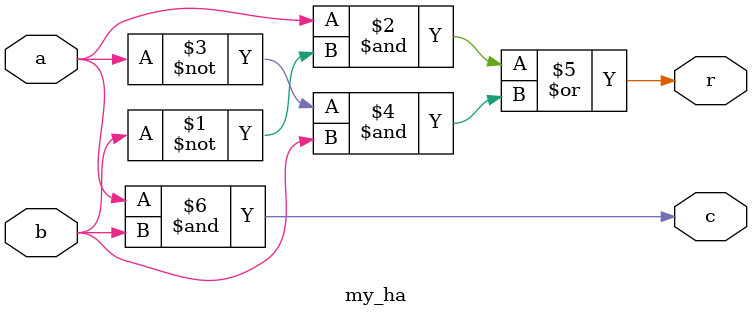
<source format=v>
module my_ha(a, b, r, c);
input a, b;
output r, c;

    assign r = (a & ~b) | (~a & b);
    assign c = a & b;

endmodule

</source>
